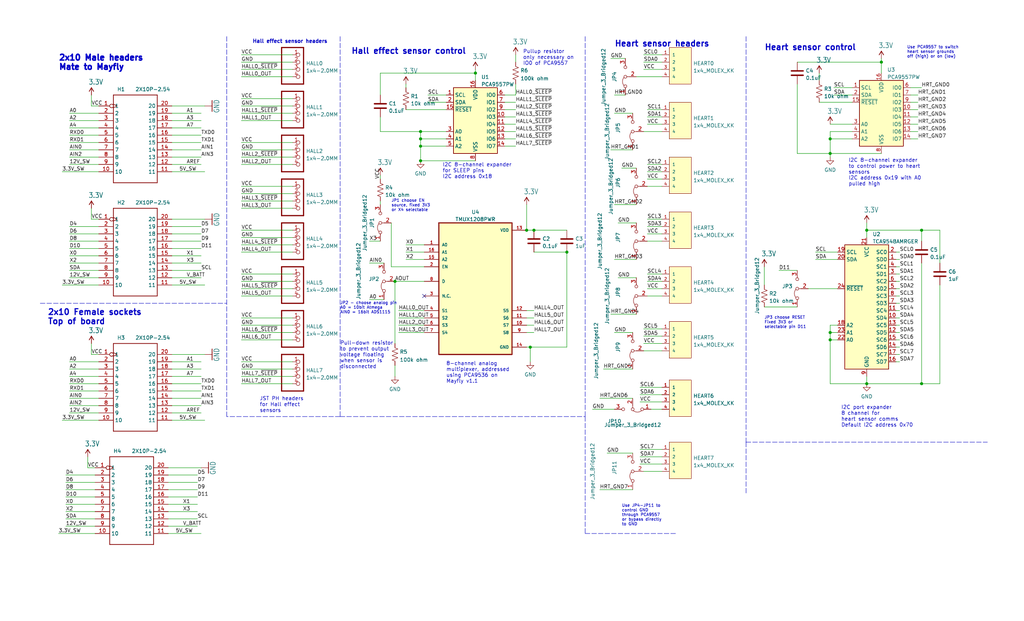
<source format=kicad_sch>
(kicad_sch (version 20211123) (generator eeschema)
  (paper "USLegal")
  (title_block (title "Mayfly adapter") (date "2023-01-27") (rev "B"))
  (junction (at 137.16 97.79))
  (junction (at 165.1 25.4))
  (junction (at 288.29 53.34))
  (junction (at 182.88 80.01))
  (junction (at 320.04 133.35))
  (junction (at 306.07 21.59))
  (junction (at 185.42 80.01))
  (junction (at 184.15 120.65))
  (junction (at 146.05 48.26))
  (junction (at 146.05 55.88))
  (junction (at 146.05 45.72))
  (junction (at 320.04 80.01))
  (junction (at 288.29 115.57))
  (junction (at 300.99 133.35))
  (junction (at 300.99 80.01))
  (junction (at 288.29 48.26))
  (junction (at 288.29 118.11))
  (junction (at 196.85 87.63))
  (junction (at 146.05 50.8))
  (no_connect (at 147.32 102.87))
  (wire (pts (xy 58.42 175.26) (xy 68.58 175.26)))
  (wire (pts (xy 24.13 125.73) (xy 34.29 125.73)))
  (wire (pts (xy 83.82 133.35) (xy 101.6 133.35)))
  (wire (pts (xy 300.99 77.47) (xy 300.99 80.01)))
  (wire (pts (xy 59.69 133.35) (xy 69.85 133.35)))
  (wire (pts (xy 59.69 91.44) (xy 69.85 91.44)))
  (wire (pts (xy 128.27 83.82) (xy 132.08 83.82)))
  (wire (pts (xy 224.79 97.79) (xy 229.87 97.79)))
  (wire (pts (xy 175.26 43.18) (xy 179.07 43.18)))
  (wire (pts (xy 83.82 72.39) (xy 101.6 72.39)))
  (wire (pts (xy 306.07 20.32) (xy 306.07 21.59)))
  (wire (pts (xy 83.82 85.09) (xy 101.6 85.09)))
  (wire (pts (xy 326.39 99.06) (xy 326.39 133.35)))
  (wire (pts (xy 270.51 93.98) (xy 276.86 93.98)))
  (wire (pts (xy 33.02 162.56) (xy 30.48 162.56)))
  (polyline (pts (xy 203.2 185.42) (xy 234.95 185.42)))
  (wire (pts (xy 276.86 53.34) (xy 288.29 53.34)))
  (wire (pts (xy 175.26 45.72) (xy 179.07 45.72)))
  (wire (pts (xy 311.15 102.87) (xy 312.42 102.87)))
  (wire (pts (xy 146.05 50.8) (xy 154.94 50.8)))
  (wire (pts (xy 311.15 118.11) (xy 312.42 118.11)))
  (wire (pts (xy 58.42 170.18) (xy 68.58 170.18)))
  (wire (pts (xy 226.06 142.24) (xy 229.87 142.24)))
  (wire (pts (xy 224.79 76.2) (xy 229.87 76.2)))
  (wire (pts (xy 59.69 96.52) (xy 69.85 96.52)))
  (wire (pts (xy 34.29 36.83) (xy 31.75 36.83)))
  (polyline (pts (xy 203.2 12.7) (xy 203.2 144.78)))
  (wire (pts (xy 33.02 177.8) (xy 22.86 177.8)))
  (wire (pts (xy 59.69 135.89) (xy 69.85 135.89)))
  (wire (pts (xy 320.04 80.01) (xy 326.39 80.01)))
  (wire (pts (xy 224.79 57.15) (xy 229.87 57.15)))
  (wire (pts (xy 34.29 138.43) (xy 24.13 138.43)))
  (polyline (pts (xy 118.11 144.78) (xy 203.2 144.78)))
  (wire (pts (xy 326.39 133.35) (xy 320.04 133.35)))
  (wire (pts (xy 83.82 39.37) (xy 101.6 39.37)))
  (wire (pts (xy 135.89 92.71) (xy 147.32 92.71)))
  (wire (pts (xy 24.13 41.91) (xy 34.29 41.91)))
  (wire (pts (xy 59.69 49.53) (xy 69.85 49.53)))
  (wire (pts (xy 34.29 81.28) (xy 24.13 81.28)))
  (wire (pts (xy 222.25 137.16) (xy 229.87 137.16)))
  (wire (pts (xy 59.69 143.51) (xy 69.85 143.51)))
  (wire (pts (xy 59.69 57.15) (xy 69.85 57.15)))
  (polyline (pts (xy 203.2 144.78) (xy 203.2 185.42)))
  (wire (pts (xy 220.98 26.67) (xy 229.87 26.67)))
  (wire (pts (xy 175.26 38.1) (xy 179.07 38.1)))
  (wire (pts (xy 34.29 78.74) (xy 24.13 78.74)))
  (wire (pts (xy 288.29 115.57) (xy 288.29 118.11)))
  (wire (pts (xy 69.85 41.91) (xy 59.69 41.91)))
  (wire (pts (xy 83.82 102.87) (xy 101.6 102.87)))
  (wire (pts (xy 59.69 130.81) (xy 69.85 130.81)))
  (wire (pts (xy 289.56 30.48) (xy 295.91 30.48)))
  (wire (pts (xy 59.69 123.19) (xy 71.12 123.19)))
  (wire (pts (xy 288.29 48.26) (xy 295.91 48.26)))
  (wire (pts (xy 185.42 80.01) (xy 182.88 80.01)))
  (wire (pts (xy 59.69 88.9) (xy 69.85 88.9)))
  (wire (pts (xy 83.82 82.55) (xy 101.6 82.55)))
  (wire (pts (xy 59.69 125.73) (xy 69.85 125.73)))
  (wire (pts (xy 146.05 48.26) (xy 146.05 50.8)))
  (wire (pts (xy 34.29 135.89) (xy 24.13 135.89)))
  (wire (pts (xy 224.79 78.74) (xy 229.87 78.74)))
  (wire (pts (xy 154.94 45.72) (xy 146.05 45.72)))
  (wire (pts (xy 34.29 91.44) (xy 24.13 91.44)))
  (wire (pts (xy 222.25 134.62) (xy 229.87 134.62)))
  (wire (pts (xy 83.82 36.83) (xy 101.6 36.83)))
  (wire (pts (xy 132.08 25.4) (xy 132.08 33.02)))
  (wire (pts (xy 24.13 128.27) (xy 34.29 128.27)))
  (wire (pts (xy 222.25 161.29) (xy 229.87 161.29)))
  (wire (pts (xy 34.29 49.53) (xy 24.13 49.53)))
  (wire (pts (xy 179.07 19.05) (xy 179.07 21.59)))
  (wire (pts (xy 175.26 35.56) (xy 179.07 35.56)))
  (wire (pts (xy 213.36 71.12) (xy 220.98 71.12)))
  (wire (pts (xy 83.82 115.57) (xy 101.6 115.57)))
  (wire (pts (xy 83.82 67.31) (xy 101.6 67.31)))
  (wire (pts (xy 138.43 113.03) (xy 147.32 113.03)))
  (wire (pts (xy 83.82 87.63) (xy 101.6 87.63)))
  (wire (pts (xy 311.15 123.19) (xy 312.42 123.19)))
  (wire (pts (xy 24.13 130.81) (xy 34.29 130.81)))
  (wire (pts (xy 212.09 20.32) (xy 217.17 20.32)))
  (wire (pts (xy 175.26 50.8) (xy 179.07 50.8)))
  (wire (pts (xy 31.75 33.02) (xy 31.75 36.83)))
  (wire (pts (xy 223.52 21.59) (xy 229.87 21.59)))
  (wire (pts (xy 295.91 45.72) (xy 288.29 45.72)))
  (wire (pts (xy 283.21 87.63) (xy 290.83 87.63)))
  (wire (pts (xy 316.23 48.26) (xy 318.77 48.26)))
  (wire (pts (xy 148.59 35.56) (xy 154.94 35.56)))
  (polyline (pts (xy 118.11 144.78) (xy 78.74 144.78)))
  (wire (pts (xy 132.08 45.72) (xy 146.05 45.72)))
  (wire (pts (xy 30.48 158.75) (xy 30.48 162.56)))
  (wire (pts (xy 34.29 133.35) (xy 24.13 133.35)))
  (wire (pts (xy 83.82 100.33) (xy 101.6 100.33)))
  (wire (pts (xy 59.69 52.07) (xy 69.85 52.07)))
  (wire (pts (xy 83.82 97.79) (xy 101.6 97.79)))
  (wire (pts (xy 58.42 172.72) (xy 68.58 172.72)))
  (polyline (pts (xy 259.08 153.67) (xy 342.9 153.67)))
  (wire (pts (xy 59.69 59.69) (xy 71.12 59.69)))
  (wire (pts (xy 182.88 71.12) (xy 182.88 80.01)))
  (wire (pts (xy 146.05 50.8) (xy 146.05 55.88)))
  (wire (pts (xy 83.82 69.85) (xy 101.6 69.85)))
  (wire (pts (xy 83.82 19.05) (xy 101.6 19.05)))
  (wire (pts (xy 34.29 76.2) (xy 31.75 76.2)))
  (wire (pts (xy 140.97 90.17) (xy 147.32 90.17)))
  (wire (pts (xy 146.05 55.88) (xy 165.1 55.88)))
  (wire (pts (xy 316.23 40.64) (xy 318.77 40.64)))
  (wire (pts (xy 288.29 45.72) (xy 288.29 48.26)))
  (wire (pts (xy 224.79 59.69) (xy 229.87 59.69)))
  (wire (pts (xy 300.99 80.01) (xy 320.04 80.01)))
  (wire (pts (xy 132.08 40.64) (xy 132.08 45.72)))
  (wire (pts (xy 196.85 120.65) (xy 184.15 120.65)))
  (wire (pts (xy 213.36 33.02) (xy 217.17 33.02)))
  (wire (pts (xy 34.29 83.82) (xy 24.13 83.82)))
  (wire (pts (xy 182.88 110.49) (xy 185.42 110.49)))
  (wire (pts (xy 182.88 113.03) (xy 185.42 113.03)))
  (polyline (pts (xy 259.08 153.67) (xy 259.08 171.45)))
  (wire (pts (xy 288.29 53.34) (xy 306.07 53.34)))
  (wire (pts (xy 59.69 46.99) (xy 69.85 46.99)))
  (wire (pts (xy 132.08 60.96) (xy 132.08 62.23)))
  (wire (pts (xy 33.02 180.34) (xy 22.86 180.34)))
  (wire (pts (xy 224.79 81.28) (xy 229.87 81.28)))
  (wire (pts (xy 132.08 25.4) (xy 165.1 25.4)))
  (wire (pts (xy 137.16 97.79) (xy 137.16 119.38)))
  (wire (pts (xy 316.23 43.18) (xy 318.77 43.18)))
  (wire (pts (xy 83.82 41.91) (xy 101.6 41.91)))
  (wire (pts (xy 283.21 90.17) (xy 290.83 90.17)))
  (wire (pts (xy 83.82 110.49) (xy 101.6 110.49)))
  (polyline (pts (xy 78.74 12.7) (xy 78.74 105.41)))
  (wire (pts (xy 210.82 157.48) (xy 219.71 157.48)))
  (wire (pts (xy 311.15 95.25) (xy 312.42 95.25)))
  (wire (pts (xy 223.52 19.05) (xy 229.87 19.05)))
  (wire (pts (xy 222.25 139.7) (xy 229.87 139.7)))
  (polyline (pts (xy 13.97 105.41) (xy 78.74 105.41)))
  (wire (pts (xy 185.42 87.63) (xy 196.85 87.63)))
  (wire (pts (xy 214.63 96.52) (xy 220.98 96.52)))
  (wire (pts (xy 222.25 156.21) (xy 229.87 156.21)))
  (wire (pts (xy 59.69 78.74) (xy 69.85 78.74)))
  (wire (pts (xy 34.29 123.19) (xy 31.75 123.19)))
  (wire (pts (xy 34.29 140.97) (xy 24.13 140.97)))
  (wire (pts (xy 59.69 86.36) (xy 69.85 86.36)))
  (wire (pts (xy 209.55 128.27) (xy 219.71 128.27)))
  (wire (pts (xy 182.88 107.95) (xy 185.42 107.95)))
  (wire (pts (xy 223.52 116.84) (xy 229.87 116.84)))
  (wire (pts (xy 34.29 54.61) (xy 24.13 54.61)))
  (wire (pts (xy 83.82 34.29) (xy 101.6 34.29)))
  (wire (pts (xy 34.29 52.07) (xy 24.13 52.07)))
  (wire (pts (xy 288.29 113.03) (xy 288.29 115.57)))
  (polyline (pts (xy 78.74 144.78) (xy 78.74 105.41)))
  (wire (pts (xy 175.26 48.26) (xy 179.07 48.26)))
  (wire (pts (xy 146.05 45.72) (xy 146.05 48.26)))
  (wire (pts (xy 69.85 128.27) (xy 59.69 128.27)))
  (wire (pts (xy 83.82 113.03) (xy 101.6 113.03)))
  (wire (pts (xy 83.82 80.01) (xy 101.6 80.01)))
  (wire (pts (xy 34.29 146.05) (xy 21.59 146.05)))
  (wire (pts (xy 265.43 106.68) (xy 276.86 106.68)))
  (wire (pts (xy 34.29 59.69) (xy 21.59 59.69)))
  (wire (pts (xy 212.09 109.22) (xy 220.98 109.22)))
  (wire (pts (xy 58.42 165.1) (xy 68.58 165.1)))
  (wire (pts (xy 311.15 115.57) (xy 312.42 115.57)))
  (wire (pts (xy 208.28 170.18) (xy 219.71 170.18)))
  (wire (pts (xy 140.97 29.21) (xy 140.97 30.48)))
  (wire (pts (xy 224.79 100.33) (xy 229.87 100.33)))
  (wire (pts (xy 311.15 105.41) (xy 312.42 105.41)))
  (wire (pts (xy 59.69 146.05) (xy 71.12 146.05)))
  (wire (pts (xy 83.82 57.15) (xy 101.6 57.15)))
  (wire (pts (xy 224.79 95.25) (xy 229.87 95.25)))
  (wire (pts (xy 175.26 40.64) (xy 179.07 40.64)))
  (wire (pts (xy 33.02 170.18) (xy 22.86 170.18)))
  (wire (pts (xy 306.07 21.59) (xy 306.07 25.4)))
  (wire (pts (xy 59.69 76.2) (xy 71.12 76.2)))
  (wire (pts (xy 135.89 77.47) (xy 135.89 92.71)))
  (wire (pts (xy 265.43 99.06) (xy 265.43 92.71)))
  (wire (pts (xy 284.48 25.4) (xy 284.48 27.94)))
  (wire (pts (xy 140.97 87.63) (xy 147.32 87.63)))
  (wire (pts (xy 58.42 185.42) (xy 69.85 185.42)))
  (wire (pts (xy 83.82 64.77) (xy 101.6 64.77)))
  (wire (pts (xy 83.82 128.27) (xy 101.6 128.27)))
  (wire (pts (xy 59.69 44.45) (xy 69.85 44.45)))
  (wire (pts (xy 132.08 69.85) (xy 132.08 71.12)))
  (wire (pts (xy 83.82 21.59) (xy 101.6 21.59)))
  (wire (pts (xy 280.67 100.33) (xy 290.83 100.33)))
  (wire (pts (xy 223.52 45.72) (xy 229.87 45.72)))
  (wire (pts (xy 34.29 96.52) (xy 24.13 96.52)))
  (wire (pts (xy 311.15 90.17) (xy 312.42 90.17)))
  (wire (pts (xy 205.74 142.24) (xy 213.36 142.24)))
  (wire (pts (xy 311.15 92.71) (xy 312.42 92.71)))
  (wire (pts (xy 34.29 46.99) (xy 24.13 46.99)))
  (wire (pts (xy 316.23 45.72) (xy 318.77 45.72)))
  (wire (pts (xy 58.42 167.64) (xy 68.58 167.64)))
  (wire (pts (xy 311.15 107.95) (xy 312.42 107.95)))
  (wire (pts (xy 24.13 39.37) (xy 34.29 39.37)))
  (wire (pts (xy 224.79 83.82) (xy 229.87 83.82)))
  (wire (pts (xy 83.82 95.25) (xy 101.6 95.25)))
  (wire (pts (xy 223.52 24.13) (xy 229.87 24.13)))
  (wire (pts (xy 33.02 182.88) (xy 22.86 182.88)))
  (wire (pts (xy 59.69 81.28) (xy 69.85 81.28)))
  (wire (pts (xy 320.04 80.01) (xy 320.04 83.82)))
  (wire (pts (xy 59.69 140.97) (xy 69.85 140.97)))
  (wire (pts (xy 34.29 143.51) (xy 24.13 143.51)))
  (wire (pts (xy 83.82 130.81) (xy 101.6 130.81)))
  (wire (pts (xy 288.29 48.26) (xy 288.29 53.34)))
  (wire (pts (xy 288.29 133.35) (xy 300.99 133.35)))
  (wire (pts (xy 58.42 182.88) (xy 68.58 182.88)))
  (wire (pts (xy 311.15 97.79) (xy 312.42 97.79)))
  (wire (pts (xy 185.42 80.01) (xy 196.85 80.01)))
  (wire (pts (xy 165.1 24.13) (xy 165.1 25.4)))
  (wire (pts (xy 311.15 113.03) (xy 312.42 113.03)))
  (wire (pts (xy 224.79 43.18) (xy 229.87 43.18)))
  (wire (pts (xy 182.88 115.57) (xy 185.42 115.57)))
  (wire (pts (xy 33.02 172.72) (xy 22.86 172.72)))
  (wire (pts (xy 83.82 125.73) (xy 101.6 125.73)))
  (wire (pts (xy 58.42 177.8) (xy 68.58 177.8)))
  (wire (pts (xy 224.79 38.1) (xy 229.87 38.1)))
  (wire (pts (xy 182.88 120.65) (xy 184.15 120.65)))
  (wire (pts (xy 215.9 58.42) (xy 220.98 58.42)))
  (wire (pts (xy 222.25 158.75) (xy 229.87 158.75)))
  (wire (pts (xy 316.23 35.56) (xy 318.77 35.56)))
  (wire (pts (xy 311.15 125.73) (xy 312.42 125.73)))
  (wire (pts (xy 33.02 165.1) (xy 22.86 165.1)))
  (wire (pts (xy 290.83 118.11) (xy 288.29 118.11)))
  (wire (pts (xy 137.16 127) (xy 137.16 130.81)))
  (wire (pts (xy 59.69 138.43) (xy 69.85 138.43)))
  (wire (pts (xy 290.83 113.03) (xy 288.29 113.03)))
  (wire (pts (xy 295.91 35.56) (xy 284.48 35.56)))
  (wire (pts (xy 311.15 110.49) (xy 312.42 110.49)))
  (wire (pts (xy 196.85 87.63) (xy 196.85 120.65)))
  (wire (pts (xy 179.07 29.21) (xy 179.07 33.02)))
  (wire (pts (xy 140.97 85.09) (xy 147.32 85.09)))
  (wire (pts (xy 138.43 115.57) (xy 147.32 115.57)))
  (wire (pts (xy 224.79 62.23) (xy 229.87 62.23)))
  (wire (pts (xy 316.23 33.02) (xy 318.77 33.02)))
  (wire (pts (xy 224.79 40.64) (xy 229.87 40.64)))
  (wire (pts (xy 326.39 80.01) (xy 326.39 91.44)))
  (wire (pts (xy 83.82 49.53) (xy 101.6 49.53)))
  (wire (pts (xy 276.86 29.21) (xy 276.86 53.34)))
  (wire (pts (xy 137.16 97.79) (xy 147.32 97.79)))
  (wire (pts (xy 214.63 77.47) (xy 220.98 77.47)))
  (wire (pts (xy 311.15 87.63) (xy 312.42 87.63)))
  (wire (pts (xy 311.15 100.33) (xy 312.42 100.33)))
  (wire (pts (xy 58.42 180.34) (xy 68.58 180.34)))
  (wire (pts (xy 31.75 119.38) (xy 31.75 123.19)))
  (wire (pts (xy 128.27 104.14) (xy 133.35 104.14)))
  (wire (pts (xy 59.69 99.06) (xy 71.12 99.06)))
  (wire (pts (xy 223.52 121.92) (xy 229.87 121.92)))
  (polyline (pts (xy 259.08 12.7) (xy 259.08 153.67)))
  (wire (pts (xy 33.02 167.64) (xy 22.86 167.64)))
  (wire (pts (xy 223.52 163.83) (xy 229.87 163.83)))
  (wire (pts (xy 288.29 118.11) (xy 288.29 133.35)))
  (wire (pts (xy 128.27 91.44) (xy 133.35 91.44)))
  (wire (pts (xy 316.23 38.1) (xy 318.77 38.1)))
  (wire (pts (xy 213.36 39.37) (xy 219.71 39.37)))
  (wire (pts (xy 59.69 83.82) (xy 69.85 83.82)))
  (wire (pts (xy 276.86 21.59) (xy 306.07 21.59)))
  (wire (pts (xy 138.43 110.49) (xy 147.32 110.49)))
  (wire (pts (xy 165.1 25.4) (xy 165.1 27.94)))
  (wire (pts (xy 212.09 52.07) (xy 219.71 52.07)))
  (wire (pts (xy 58.42 162.56) (xy 69.85 162.56)))
  (wire (pts (xy 34.29 93.98) (xy 24.13 93.98)))
  (wire (pts (xy 208.28 138.43) (xy 219.71 138.43)))
  (wire (pts (xy 33.02 185.42) (xy 20.32 185.42)))
  (wire (pts (xy 59.69 93.98) (xy 69.85 93.98)))
  (wire (pts (xy 213.36 115.57) (xy 219.71 115.57)))
  (wire (pts (xy 34.29 88.9) (xy 24.13 88.9)))
  (wire (pts (xy 223.52 119.38) (xy 229.87 119.38)))
  (polyline (pts (xy 118.11 12.7) (xy 118.11 144.78)))
  (wire (pts (xy 288.29 43.18) (xy 295.91 43.18)))
  (wire (pts (xy 24.13 44.45) (xy 34.29 44.45)))
  (wire (pts (xy 213.36 90.17) (xy 220.98 90.17)))
  (wire (pts (xy 300.99 130.81) (xy 300.99 133.35)))
  (wire (pts (xy 154.94 38.1) (xy 140.97 38.1)))
  (wire (pts (xy 146.05 48.26) (xy 154.94 48.26)))
  (wire (pts (xy 34.29 57.15) (xy 24.13 57.15)))
  (wire (pts (xy 289.56 33.02) (xy 295.91 33.02)))
  (wire (pts (xy 148.59 33.02) (xy 154.94 33.02)))
  (wire (pts (xy 290.83 115.57) (xy 288.29 115.57)))
  (wire (pts (xy 31.75 72.39) (xy 31.75 76.2)))
  (wire (pts (xy 59.69 39.37) (xy 69.85 39.37)))
  (wire (pts (xy 33.02 175.26) (xy 22.86 175.26)))
  (wire (pts (xy 83.82 118.11) (xy 101.6 118.11)))
  (wire (pts (xy 184.15 120.65) (xy 184.15 125.73)))
  (wire (pts (xy 311.15 120.65) (xy 312.42 120.65)))
  (wire (pts (xy 288.29 53.34) (xy 288.29 54.61)))
  (wire (pts (xy 138.43 107.95) (xy 147.32 107.95)))
  (wire (pts (xy 34.29 99.06) (xy 21.59 99.06)))
  (wire (pts (xy 223.52 114.3) (xy 229.87 114.3)))
  (wire (pts (xy 320.04 133.35) (xy 300.99 133.35)))
  (wire (pts (xy 316.23 30.48) (xy 320.04 30.48)))
  (wire (pts (xy 224.79 64.77) (xy 229.87 64.77)))
  (wire (pts (xy 34.29 86.36) (xy 24.13 86.36)))
  (wire (pts (xy 59.69 54.61) (xy 69.85 54.61)))
  (wire (pts (xy 320.04 91.44) (xy 320.04 133.35)))
  (wire (pts (xy 83.82 52.07) (xy 101.6 52.07)))
  (wire (pts (xy 83.82 26.67) (xy 101.6 26.67)))
  (wire (pts (xy 224.79 102.87) (xy 229.87 102.87)))
  (wire (pts (xy 83.82 54.61) (xy 101.6 54.61)))
  (wire (pts (xy 300.99 80.01) (xy 300.99 82.55)))
  (wire (pts (xy 59.69 36.83) (xy 71.12 36.83)))
  (wire (pts (xy 175.26 33.02) (xy 179.07 33.02)))
  (wire (pts (xy 83.82 24.13) (xy 101.6 24.13)))
  (text "Hall effect sensor headers" (at 87.63 15.24 0) (effects (font (size 1.27 1.27) bold) (justify left bottom)))
  (text "Use JP4-JP11 to\ncontrol GND\nthrough PCA9557\nor bypass directly\nto GND" (at 215.9 182.88 0) (effects (font (size 1 1)) (justify left bottom)))
  (text "JST PH headers\nfor Hall effect\nsensors" (at 90.17 143.51 0) (effects (font (size 1.27 1.27)) (justify left bottom)))
  (text "Pullup resistor\nonly necessary on\nIO0 of PCA9557" (at 181.61 22.86 0) (effects (font (size 1.27 1.27)) (justify left bottom)))
  (text "I2C port expander\n8 channel for \nheart sensor comms\nDefault I2C address 0x70" (at 292.1 148.59 0) (effects (font (size 1.27 1.27)) (justify left bottom)))
  (text "JP1 choose EN \nsource, fixed 3V3\nor X4 selectable" (at 135.89 73.66 0) (effects (font (size 1 1)) (justify left bottom)))
  (text "2x10 Female sockets\nTop of board" (at 16.51 113.03 0) (effects (font (size 2 2) bold) (justify left bottom)))
  (text "JP2 - choose analog pin\nA0 = 10bit Atmega\nAIN0 = 16bit ADS1115" (at 118.11 109.22 0) (effects (font (size 1 1)) (justify left bottom)))
  (text "JP3 choose RESET\nFixed 3V3 or\nselectable pin D11" (at 265.43 114.3 0) (effects (font (size 1 1)) (justify left bottom)))
  (text "Heart sensor headers" (at 213.36 16.51 0) (effects (font (size 2 2) (thickness 0.4) bold) (justify left bottom)))
  (text "I2C 8-channel expander\nfor SLEEP pins\nI2C address 0x18" (at 153.67 62.23 0) (effects (font (size 1.27 1.27)) (justify left bottom)))
  (text "Hall effect sensor control" (at 121.92 19.05 0) (effects (font (size 2 2) (thickness 0.4) bold) (justify left bottom)))
  (text "8-channel analog\nmultiplexer, addressed\nusing PCA9536 on \nMayfly v1.1" (at 154.94 133.35 0) (effects (font (size 1.27 1.27)) (justify left bottom)))
  (text "Heart sensor control" (at 265.43 17.78 0) (effects (font (size 2 2) (thickness 0.4) bold) (justify left bottom)))
  (text "Use PCA9557 to switch\nheart sensor grounds\noff (high) or on (low)" (at 314.96 20.32 0) (effects (font (size 1 1)) (justify left bottom)))
  (text "I2C 8-channel expander\nto control power to heart\nsensors\nI2C address 0x19 with A0\npulled high" (at 294.64 64.77 0) (effects (font (size 1.27 1.27)) (justify left bottom)))
  (text "Pull-down resistor\nto prevent output\nvoltage floating\nwhen sensor is\ndisconnected" (at 118.11 128.27 0) (effects (font (size 1.27 1.27)) (justify left bottom)))
  (text "2x10 Male headers\nMate to Mayfly" (at 20.32 19.05 180) (effects (font (size 2 2) (thickness 0.6477) bold) (justify left top)))
  (label "D11" (at 68.58 172.72 0) (effects (font (size 1.2446 1.2446))))
  (label "SDA" (at 22.86 180.34 0) (effects (font (size 1.2446 1.2446))))
  (label "HALL7_OUT" (at 185.42 115.57 0))
  (label "GND" (at 215.9 58.42 0))
  (label "HALL6_~{SLEEP}" (at 179.07 48.26 0))
  (label "SCL2" (at 224.79 57.15 0))
  (label "HALL3_~{SLEEP}" (at 83.82 69.85 0))
  (label "SDA6" (at 222.25 137.16 0))
  (label "HRT_GND1" (at 212.09 52.07 0))
  (label "SCL4" (at 224.79 95.25 0))
  (label "SCL6" (at 222.25 134.62 0))
  (label "SCL6" (at 312.42 118.11 0))
  (label "RXD1" (at 24.13 49.53 0) (effects (font (size 1.2446 1.2446))))
  (label "AIN1" (at 69.85 138.43 0) (effects (font (size 1.2446 1.2446))))
  (label "VCC" (at 83.82 125.73 0))
  (label "X2" (at 140.97 90.17 0))
  (label "SCL7" (at 312.42 123.19 0))
  (label "VCC" (at 224.79 100.33 0))
  (label "SCL4" (at 312.42 107.95 0))
  (label "D7" (at 69.85 81.28 0) (effects (font (size 1.2446 1.2446))))
  (label "VCC" (at 83.82 95.25 0))
  (label "V_BATT" (at 64.77 96.52 0) (effects (font (size 1.2446 1.2446))))
  (label "VCC" (at 83.82 49.53 0))
  (label "SDA" (at 148.59 35.56 0))
  (label "A1" (at 64.77 125.73 0) (effects (font (size 1.2446 1.2446))))
  (label "X3" (at 128.27 83.82 0))
  (label "GND" (at 83.82 128.27 0))
  (label "HALL6_OUT" (at 185.42 113.03 0))
  (label "SCL" (at 148.59 33.02 0))
  (label "RXD1" (at 24.13 135.89 0) (effects (font (size 1.2446 1.2446))))
  (label "VCC" (at 223.52 24.13 0))
  (label "HALL0_~{SLEEP}" (at 83.82 24.13 0))
  (label "SCL7" (at 222.25 156.21 0))
  (label "VCC" (at 224.79 81.28 0))
  (label "X2" (at 22.86 177.8 0) (effects (font (size 1.2446 1.2446))))
  (label "HALL4_OUT" (at 185.42 107.95 0))
  (label "VCC" (at 31.75 36.83 0))
  (label "SCL5" (at 223.52 114.3 0))
  (label "D6" (at 22.86 167.64 0) (effects (font (size 1.2446 1.2446))))
  (label "D10" (at 24.13 86.36 0) (effects (font (size 1.2446 1.2446))))
  (label "GND" (at 83.82 36.83 0))
  (label "SCL3" (at 312.42 102.87 0))
  (label "HRT_GND7" (at 208.28 170.18 0))
  (label "GND" (at 212.09 20.32 0))
  (label "A1" (at 64.77 39.37 0) (effects (font (size 1.2446 1.2446))))
  (label "X3" (at 63.5 177.8 0) (effects (font (size 1.2446 1.2446))))
  (label "SDA" (at 283.21 90.17 0))
  (label "SDA3" (at 312.42 105.41 0))
  (label "AREF" (at 64.77 57.15 0) (effects (font (size 1.2446 1.2446))))
  (label "SDA5" (at 223.52 116.84 0))
  (label "D9" (at 69.85 83.82 0) (effects (font (size 1.2446 1.2446))))
  (label "D7" (at 68.58 167.64 0) (effects (font (size 1.2446 1.2446))))
  (label "5V_SW" (at 60.96 185.42 0) (effects (font (size 1.2446 1.2446))))
  (label "D9" (at 68.58 170.18 0) (effects (font (size 1.2446 1.2446))))
  (label "12V_SW" (at 22.86 182.88 0) (effects (font (size 1.2446 1.2446))))
  (label "SDA1" (at 312.42 95.25 0))
  (label "V_BATT" (at 63.5 182.88 0) (effects (font (size 1.2446 1.2446))))
  (label "HRT_GND1" (at 318.77 33.02 0))
  (label "HALL0_OUT" (at 138.43 107.95 0))
  (label "HALL5_OUT" (at 185.42 110.49 0))
  (label "3.3V_SW" (at 20.32 185.42 0) (effects (font (size 1.2446 1.2446))))
  (label "SDA3" (at 224.79 78.74 0))
  (label "GND" (at 83.82 82.55 0))
  (label "GND" (at 205.74 142.24 0))
  (label "SDA4" (at 312.42 110.49 0))
  (label "SCL" (at 289.56 30.48 0))
  (label "3.3V_SW" (at 21.59 99.06 0) (effects (font (size 1.2446 1.2446))))
  (label "AIN3" (at 69.85 140.97 0) (effects (font (size 1.2446 1.2446))))
  (label "SCL5" (at 312.42 113.03 0))
  (label "RXD0" (at 24.13 46.99 0) (effects (font (size 1.2446 1.2446))))
  (label "D10" (at 22.86 172.72 0) (effects (font (size 1.2446 1.2446))))
  (label "HRT_GND0" (at 213.36 33.02 0))
  (label "SCL" (at 69.85 93.98 0) (effects (font (size 1.2446 1.2446))))
  (label "D5" (at 68.58 165.1 0) (effects (font (size 1.2446 1.2446))))
  (label "HALL2_OUT" (at 138.43 113.03 0))
  (label "VCC" (at 83.82 19.05 0))
  (label "A3" (at 64.77 41.91 0) (effects (font (size 1.2446 1.2446))))
  (label "A2" (at 24.13 128.27 0) (effects (font (size 1.2446 1.2446))))
  (label "HALL5_~{SLEEP}" (at 179.07 45.72 0))
  (label "AOUT" (at 137.16 97.79 0))
  (label "VCC" (at 83.82 110.49 0))
  (label "HRT_GND0" (at 320.04 30.48 0))
  (label "HALL3_~{SLEEP}" (at 179.07 40.64 0))
  (label "GND" (at 83.82 113.03 0))
  (label "X3" (at 64.77 91.44 0) (effects (font (size 1.2446 1.2446))))
  (label "SDA5" (at 312.42 115.57 0))
  (label "AREF" (at 64.77 143.51 0) (effects (font (size 1.2446 1.2446))))
  (label "HALL0_~{SLEEP}" (at 179.07 33.02 0))
  (label "5V_SW" (at 62.23 146.05 0) (effects (font (size 1.2446 1.2446))))
  (label "A0" (at 24.13 39.37 0) (effects (font (size 1.2446 1.2446))))
  (label "VCC" (at 224.79 62.23 0))
  (label "HRT_GND6" (at 208.28 138.43 0))
  (label "12V_SW" (at 24.13 96.52 0) (effects (font (size 1.2446 1.2446))))
  (label "GND" (at 214.63 96.52 0))
  (label "D5" (at 69.85 78.74 0) (effects (font (size 1.2446 1.2446))))
  (label "SDA2" (at 224.79 59.69 0))
  (label "GND" (at 214.63 77.47 0))
  (label "D4" (at 22.86 165.1 0) (effects (font (size 1.2446 1.2446))))
  (label "D11" (at 270.51 93.98 0))
  (label "D4" (at 24.13 78.74 0) (effects (font (size 1.2446 1.2446))))
  (label "HRT_GND2" (at 318.77 35.56 0))
  (label "12V_SW" (at 24.13 143.51 0) (effects (font (size 1.2446 1.2446))))
  (label "SCL" (at 283.21 87.63 0))
  (label "SCL0" (at 312.42 87.63 0))
  (label "HRT_GND2" (at 213.36 71.12 0))
  (label "SCL3" (at 224.79 76.2 0))
  (label "5V_SW" (at 62.23 99.06 0) (effects (font (size 1.2446 1.2446))))
  (label "VCC" (at 31.75 76.2 0))
  (label "VCC" (at 31.75 123.19 0))
  (label "A4" (at 24.13 44.45 0) (effects (font (size 1.2446 1.2446))))
  (label "HALL6_~{SLEEP}" (at 83.82 115.57 0))
  (label "A7" (at 64.77 130.81 0) (effects (font (size 1.2446 1.2446))))
  (label "SDA0" (at 223.52 21.59 0))
  (label "VCC" (at 224.79 43.18 0))
  (label "AIN0" (at 24.13 52.07 0) (effects (font (size 1.2446 1.2446))))
  (label "AIN2" (at 24.13 54.61 0) (effects (font (size 1.2446 1.2446))))
  (label "HRT_GND4" (at 212.09 109.22 0))
  (label "VCC" (at 30.48 162.56 0))
  (label "HRT_GND5" (at 209.55 128.27 0))
  (label "AIN3" (at 69.85 54.61 0) (effects (font (size 1.2446 1.2446))))
  (label "D11" (at 69.85 86.36 0) (effects (font (size 1.2446 1.2446))))
  (label "X0" (at 140.97 85.09 0))
  (label "HALL0_OUT" (at 83.82 26.67 0))
  (label "TXD0" (at 69.85 46.99 0) (effects (font (size 1.2446 1.2446))))
  (label "SCL2" (at 312.42 97.79 0))
  (label "HALL2_OUT" (at 83.82 57.15 0))
  (label "AIN0" (at 24.13 138.43 0) (effects (font (size 1.2446 1.2446))))
  (label "HALL1_OUT" (at 83.82 41.91 0))
  (label "VCC" (at 222.25 161.29 0))
  (label "HALL3_OUT" (at 83.82 72.39 0))
  (label "X1" (at 140.97 87.63 0))
  (label "HALL5_~{SLEEP}" (at 83.82 100.33 0))
  (label "RXD0" (at 24.13 133.35 0) (effects (font (size 1.2446 1.2446))))
  (label "X2" (at 24.13 91.44 0) (effects (font (size 1.2446 1.2446))))
  (label "X1" (at 63.5 175.26 0) (effects (font (size 1.2446 1.2446))))
  (label "HALL2_~{SLEEP}" (at 83.82 54.61 0))
  (label "GND" (at 213.36 115.57 0))
  (label "AIN2" (at 24.13 140.97 0) (effects (font (size 1.2446 1.2446))))
  (label "HALL4_~{SLEEP}" (at 179.07 43.18 0))
  (label "GND" (at 213.36 39.37 0))
  (label "12V_SW" (at 24.13 57.15 0) (effects (font (size 1.2446 1.2446))))
  (label "HRT_GND6" (at 318.77 45.72 0))
  (label "3.3V_SW" (at 21.59 146.05 0) (effects (font (size 1.2446 1.2446))))
  (label "VCC" (at 83.82 64.77 0))
  (label "HRT_GND3" (at 318.77 38.1 0))
  (label "A2" (at 24.13 41.91 0) (effects (font (size 1.2446 1.2446))))
  (label "HALL3_OUT" (at 138.43 115.57 0))
  (label "VCC" (at 222.25 139.7 0))
  (label "HRT_GND4" (at 318.77 40.64 0))
  (label "5V_SW" (at 62.23 59.69 0) (effects (font (size 1.2446 1.2446))))
  (label "HALL7_OUT" (at 83.82 133.35 0))
  (label "SCL1" (at 312.42 92.71 0))
  (label "VCC" (at 83.82 80.01 0))
  (label "D8" (at 24.13 83.82 0) (effects (font (size 1.2446 1.2446))))
  (label "HALL7_~{SLEEP}" (at 179.07 50.8 0))
  (label "X1" (at 64.77 88.9 0) (effects (font (size 1.2446 1.2446))))
  (label "A0" (at 128.27 104.14 0))
  (label "SCL1" (at 224.79 38.1 0))
  (label "GND" (at 83.82 21.59 0))
  (label "HALL4_OUT" (at 83.82 87.63 0))
  (label "GND" (at 83.82 97.79 0))
  (label "HRT_GND5" (at 318.77 43.18 0))
  (label "AIN1" (at 69.85 52.07 0) (effects (font (size 1.2446 1.2446))))
  (label "GND" (at 83.82 67.31 0))
  (label "SDA4" (at 224.79 97.79 0))
  (label "SDA" (at 289.56 33.02 0))
  (label "HALL7_~{SLEEP}" (at 83.82 130.81 0))
  (label "SDA" (at 24.13 93.98 0) (effects (font (size 1.2446 1.2446))))
  (label "GND" (at 210.82 157.48 0))
  (label "TXD1" (at 69.85 49.53 0) (effects (font (size 1.2446 1.2446))))
  (label "SDA2" (at 312.42 100.33 0))
  (label "X0" (at 24.13 88.9 0) (effects (font (size 1.2446 1.2446))))
  (label "HALL1_OUT" (at 138.43 110.49 0))
  (label "HALL5_OUT" (at 83.82 102.87 0))
  (label "HALL6_OUT" (at 83.82 118.11 0))
  (label "HALL1_~{SLEEP}" (at 83.82 39.37 0))
  (label "HRT_GND7" (at 318.77 48.26 0))
  (label "HRT_GND3" (at 213.36 90.17 0))
  (label "TXD1" (at 69.85 135.89 0) (effects (font (size 1.2446 1.2446))))
  (label "3.3V_SW" (at 21.59 59.69 0) (effects (font (size 1.2446 1.2446))))
  (label "D8" (at 22.86 170.18 0) (effects (font (size 1.2446 1.2446))))
  (label "SCL0" (at 223.52 19.05 0))
  (label "X0" (at 22.86 175.26 0) (effects (font (size 1.2446 1.2446))))
  (label "VCC" (at 83.82 34.29 0))
  (label "TXD0" (at 69.85 133.35 0) (effects (font (size 1.2446 1.2446))))
  (label "VCC" (at 132.08 62.23 90))
  (label "A3" (at 64.77 128.27 0) (effects (font (size 1.2446 1.2446))))
  (label "SDA1" (at 224.79 40.64 0))
  (label "A0" (at 24.13 125.73 0) (effects (font (size 1.2446 1.2446))))
  (label "AIN0" (at 128.27 91.44 0))
  (label "GND" (at 83.82 52.07 0))
  (label "SDA6" (at 312.42 120.65 0))
  (label "HALL4_~{SLEEP}" (at 83.82 85.09 0))
  (label "SDA7" (at 312.42 125.73 0))
  (label "SDA7" (at 222.25 158.75 0))
  (label "D6" (at 24.13 81.28 0) (effects (font (size 1.2446 1.2446))))
  (label "A7" (at 64.77 44.45 0) (effects (font (size 1.2446 1.2446))))
  (label "HALL1_~{SLEEP}" (at 179.07 35.56 0))
  (label "SDA0" (at 312.42 90.17 0))
  (label "SCL" (at 68.58 180.34 0) (effects (font (size 1.2446 1.2446))))
  (label "HALL2_~{SLEEP}" (at 179.07 38.1 0))
  (label "VCC" (at 223.52 119.38 0))
  (label "A4" (at 24.13 130.81 0) (effects (font (size 1.2446 1.2446))))
  (symbol (lib_id "Mayfly_v1p0_revA3_public-eagle-import:DIP-BLACK-FEMALE-HEADER(2X10P-2.54)-2.54") (at 46.99 49.53 0) (unit 1)
    (property "Reference" "H1" (at 40.64 31.75 0) (effects (justify left bottom)))
    (property "Value" "2X10P-2.54" (at 46.99 31.75 0) (effects (justify left bottom)))
    (property "Footprint" "Mayfly_v1p0_revA3_public:H2X10-2.54" (effects hide))
  )
  (symbol (lib_id "Mayfly_v1p0_revA3_public-eagle-import:3.3V") (at 31.75 33.02 0) (unit 1)
    (property "Reference" "#SUPPLY0101" (effects hide))
    (property "Value" "3.3V" (at 30.734 29.464 0) (effects (font (size 1.778 1.5113)) (justify left bottom)))
    (property "Footprint" "Mayfly_v1p0_revA3_public:" (effects hide))
  )
  (symbol (lib_id "Interface_Expansion:PCA9557PW") (at 306.07 38.1 0) (unit 1)
    (property "Reference" "U3" (at 308.0894 24.2402 0) (effects (justify left)))
    (property "Value" "PCA9557PW" (at 308.0894 26.7771 0) (effects (justify left)))
    (property "Footprint" "Package_SO:TSSOP-16_4.4x5mm_P0.65mm" (effects hide))
    (property "Datasheet" "https://www.nxp.com/docs/en/data-sheet/PCA9557.pdf" (effects hide))
  )
  (symbol (lib_id "Jumper:Jumper_3_Bridged12") (at 219.71 142.24 180) (unit 1)
    (property "Reference" "JP10" (at 213.36 146.4046 0))
    (property "Value" "Jumper_3_Bridged12" (at 219.71 147.6715 0))
    (property "Footprint" "Jumper:SolderJumper-3_P1.3mm_Bridged12_RoundedPad1.0x1.5mm" (effects hide))
  )
  (symbol (lib_id "Miller_parts:1x4_MOLEX_KK") (at 234.95 40.64 0) (unit 1)
    (property "Reference" "HEART1" (at 240.7412 41.0753 0) (effects (justify left)))
    (property "Value" "1x4_MOLEX_KK" (at 240.7412 43.6122 0) (effects (justify left)))
    (property "Footprint" "MOLEX_KK_22-11-2042:MOLEX_22-11-2042" (effects hide))
    (property "MANUFACTURER" "MOLEX" (effects hide))
    (property "PARTREV" "BD7" (effects hide))
  )
  (symbol (lib_id "Mayfly_v1p0_revA3_public-eagle-import:3.3V") (at 265.43 92.71 0) (unit 1)
    (property "Reference" "#SUPPLY09" (effects hide))
    (property "Value" "3.3V" (at 264.414 89.154 0) (effects (font (size 1.778 1.5113)) (justify left bottom)))
    (property "Footprint" "Mayfly_v1p0_revA3_public:" (effects hide))
  )
  (symbol (lib_id "Miller_parts:1x4-2.0MM") (at 101.6 60.96 0) (unit 1)
    (property "Reference" "HALL2" (at 106.2482 52.5053 0) (effects (justify left)))
    (property "Value" "1x4-2.0MM" (at 106.2482 55.0422 0) (effects (justify left)))
    (property "Footprint" "Connectors_JST:JST_PH_B4B-PH-K_04x2.00mm_Straight" (effects hide))
  )
  (symbol (lib_id "Miller_parts:1x4-2.0MM") (at 101.6 121.92 0) (unit 1)
    (property "Reference" "HALL6" (at 106.2482 113.4653 0) (effects (justify left)))
    (property "Value" "1x4-2.0MM" (at 106.2482 116.0022 0) (effects (justify left)))
    (property "Footprint" "Connectors_JST:JST_PH_B4B-PH-K_04x2.00mm_Straight" (effects hide))
  )
  (symbol (lib_id "Mayfly_v1p0_revA3_public-eagle-import:3.3V") (at 31.75 119.38 0) (unit 1)
    (property "Reference" "#SUPPLY0103" (effects hide))
    (property "Value" "3.3V" (at 30.734 115.824 0) (effects (font (size 1.778 1.5113)) (justify left bottom)))
    (property "Footprint" "Mayfly_v1p0_revA3_public:" (effects hide))
  )
  (symbol (lib_id "Mayfly_v1p0_revA3_public-eagle-import:3.3V") (at 284.48 25.4 0) (unit 1)
    (property "Reference" "#SUPPLY010" (effects hide))
    (property "Value" "3.3V" (at 283.464 21.844 0) (effects (font (size 1.778 1.5113)) (justify left bottom)))
    (property "Footprint" "Mayfly_v1p0_revA3_public:" (effects hide))
  )
  (symbol (lib_id "TMUX1208PWR:TMUX1208PWR") (at 165.1 100.33 0) (unit 1)
    (property "Reference" "U4" (at 165.1 73.694 0))
    (property "Value" "TMUX1208PWR" (at 165.1 76.2309 0))
    (property "Footprint" "TMUX1208PWR:SOP65P640X120-16N" (effects hide))
  )
  (symbol (lib_id "Device:C") (at 185.42 83.82 0) (unit 1)
    (property "Reference" "C2" (at 188.341 82.9853 0) (effects (justify left)))
    (property "Value" "0.1uF" (at 188.341 85.5222 0) (effects (justify left)))
    (property "Footprint" "Capacitor_SMD:C_0603_1608Metric" (effects hide))
  )
  (symbol (lib_id "Miller_parts:1x4_MOLEX_KK") (at 234.95 21.59 0) (unit 1)
    (property "Reference" "HEART0" (at 240.7412 22.0253 0) (effects (justify left)))
    (property "Value" "1x4_MOLEX_KK" (at 240.7412 24.5622 0) (effects (justify left)))
    (property "Footprint" "MOLEX_KK_22-11-2042:MOLEX_22-11-2042" (effects hide))
    (property "MANUFACTURER" "MOLEX" (effects hide))
    (property "PARTREV" "BD7" (effects hide))
  )
  (symbol (lib_id "Mayfly_v1p0_revA3_public-eagle-import:DIP-BLACK-FEMALE-HEADER(2X10P-2.54)-2.54") (at 45.72 175.26 0) (unit 1)
    (property "Reference" "H4" (at 39.37 157.48 0) (effects (justify left bottom)))
    (property "Value" "2X10P-2.54" (at 45.72 157.48 0) (effects (justify left bottom)))
    (property "Footprint" "Mayfly_v1p0_revA3_public:H2X10-2.54" (effects hide))
  )
  (symbol (lib_id "Mayfly_v1p0_revA3_public-eagle-import:GND") (at 73.66 76.2 90) (unit 1)
    (property "Reference" "#GND0101" (effects hide))
    (property "Value" "GND" (at 76.2 78.74 0) (effects (font (size 1.778 1.5113)) (justify left bottom)))
    (property "Footprint" "Mayfly_v1p0_revA3_public:" (effects hide))
  )
  (symbol (lib_id "Jumper:Jumper_3_Bridged12") (at 133.35 97.79 90) (unit 1)
    (property "Reference" "JP2" (at 131.7239 96.9553 90) (effects (justify left)))
    (property "Value" "Jumper_3_Bridged12" (at 124.46 104.14 0) (effects (justify left)))
    (property "Footprint" "Jumper:SolderJumper-3_P1.3mm_Bridged12_RoundedPad1.0x1.5mm" (effects hide))
  )
  (symbol (lib_id "Device:C") (at 276.86 25.4 0) (unit 1)
    (property "Reference" "C4" (at 279.781 24.5653 0) (effects (justify left)))
    (property "Value" "0.1uF" (at 279.781 27.1022 0) (effects (justify left)))
    (property "Footprint" "Capacitor_SMD:C_0603_1608Metric" (effects hide))
  )
  (symbol (lib_id "Mayfly_v1p0_revA3_public-eagle-import:3.3V") (at 30.48 158.75 0) (unit 1)
    (property "Reference" "#SUPPLY0104" (effects hide))
    (property "Value" "3.3V" (at 29.464 155.194 0) (effects (font (size 1.778 1.5113)) (justify left bottom)))
    (property "Footprint" "Mayfly_v1p0_revA3_public:" (effects hide))
  )
  (symbol (lib_id "Mayfly_v1p0_revA3_public-eagle-import:3.3V") (at 306.07 20.32 0) (unit 1)
    (property "Reference" "#SUPPLY05" (effects hide))
    (property "Value" "3.3V" (at 305.054 16.764 0) (effects (font (size 1.778 1.5113)) (justify left bottom)))
    (property "Footprint" "Mayfly_v1p0_revA3_public:" (effects hide))
  )
  (symbol (lib_id "Device:C") (at 196.85 83.82 0) (unit 1)
    (property "Reference" "C3" (at 199.771 82.9853 0) (effects (justify left)))
    (property "Value" "1uF" (at 199.771 85.5222 0) (effects (justify left)))
    (property "Footprint" "Capacitor_SMD:C_0603_1608Metric" (effects hide))
  )
  (symbol (lib_id "Miller_parts:1x4_MOLEX_KK") (at 234.95 116.84 0) (unit 1)
    (property "Reference" "HEART5" (at 240.7412 117.2753 0) (effects (justify left)))
    (property "Value" "1x4_MOLEX_KK" (at 240.7412 119.8122 0) (effects (justify left)))
    (property "Footprint" "MOLEX_KK_22-11-2042:MOLEX_22-11-2042" (effects hide))
    (property "MANUFACTURER" "MOLEX" (effects hide))
    (property "PARTREV" "BD7" (effects hide))
  )
  (symbol (lib_id "Jumper:Jumper_3_Bridged12") (at 219.71 45.72 90) (unit 1)
    (property "Reference" "JP5" (at 214.63 44.45 0))
    (property "Value" "Jumper_3_Bridged12" (at 210.82 45.72 0))
    (property "Footprint" "Jumper:SolderJumper-3_P1.3mm_Bridged12_RoundedPad1.0x1.5mm" (effects hide))
  )
  (symbol (lib_id "Miller_parts:1x4-2.0MM") (at 101.6 76.2 0) (unit 1)
    (property "Reference" "HALL3" (at 106.2482 67.7453 0) (effects (justify left)))
    (property "Value" "1x4-2.0MM" (at 106.2482 70.2822 0) (effects (justify left)))
    (property "Footprint" "Connectors_JST:JST_PH_B4B-PH-K_04x2.00mm_Straight" (effects hide))
  )
  (symbol (lib_id "Miller_parts:1x4-2.0MM") (at 101.6 137.16 0) (unit 1)
    (property "Reference" "HALL7" (at 106.2482 128.7053 0) (effects (justify left)))
    (property "Value" "1x4-2.0MM" (at 106.2482 131.2422 0) (effects (justify left)))
    (property "Footprint" "Connectors_JST:JST_PH_B4B-PH-K_04x2.00mm_Straight" (effects hide))
  )
  (symbol (lib_id "Miller_parts:1x4_MOLEX_KK") (at 234.95 137.16 0) (unit 1)
    (property "Reference" "HEART6" (at 240.7412 137.5953 0) (effects (justify left)))
    (property "Value" "1x4_MOLEX_KK" (at 240.7412 140.1322 0) (effects (justify left)))
    (property "Footprint" "MOLEX_KK_22-11-2042:MOLEX_22-11-2042" (effects hide))
    (property "MANUFACTURER" "MOLEX" (effects hide))
    (property "PARTREV" "BD7" (effects hide))
  )
  (symbol (lib_id "Jumper:Jumper_3_Bridged12") (at 132.08 77.47 90) (unit 1)
    (property "Reference" "JP1" (at 129.1854 77.47 0))
    (property "Value" "Jumper_3_Bridged12" (at 126.6485 77.47 0))
    (property "Footprint" "Jumper:SolderJumper-3_P1.3mm_Bridged12_RoundedPad1.0x1.5mm" (effects hide))
  )
  (symbol (lib_id "Miller_parts:1x4_MOLEX_KK") (at 234.95 158.75 0) (unit 1)
    (property "Reference" "HEART7" (at 240.7412 159.1853 0) (effects (justify left)))
    (property "Value" "1x4_MOLEX_KK" (at 240.7412 161.7222 0) (effects (justify left)))
    (property "Footprint" "MOLEX_KK_22-11-2042:MOLEX_22-11-2042" (effects hide))
    (property "MANUFACTURER" "MOLEX" (effects hide))
    (property "PARTREV" "BD7" (effects hide))
  )
  (symbol (lib_id "Mayfly_v1p0_revA3_public-eagle-import:3.3V") (at 179.07 19.05 0) (unit 1)
    (property "Reference" "#SUPPLY01" (effects hide))
    (property "Value" "3.3V" (at 178.054 15.494 0) (effects (font (size 1.778 1.5113)) (justify left bottom)))
    (property "Footprint" "Mayfly_v1p0_revA3_public:" (effects hide))
  )
  (symbol (lib_id "Interface_Expansion:PCA9557PW") (at 165.1 40.64 0) (unit 1)
    (property "Reference" "U1" (at 167.1194 26.7802 0) (effects (justify left)))
    (property "Value" "PCA9557PW" (at 167.1194 29.3171 0) (effects (justify left)))
    (property "Footprint" "Package_SO:TSSOP-16_4.4x5mm_P0.65mm" (effects hide))
    (property "Datasheet" "https://www.nxp.com/docs/en/data-sheet/PCA9557.pdf" (effects hide))
  )
  (symbol (lib_id "Mayfly_v1p0_revA3_public-eagle-import:3.3V") (at 165.1 24.13 0) (unit 1)
    (property "Reference" "#SUPPLY02" (effects hide))
    (property "Value" "3.3V" (at 164.084 20.574 0) (effects (font (size 1.778 1.5113)) (justify left bottom)))
    (property "Footprint" "Mayfly_v1p0_revA3_public:" (effects hide))
  )
  (symbol (lib_id "Jumper:Jumper_3_Bridged12") (at 217.17 26.67 90) (unit 1)
    (property "Reference" "JP4" (at 213.36 26.67 0))
    (property "Value" "Jumper_3_Bridged12" (at 209.55 26.67 0))
    (property "Footprint" "Jumper:SolderJumper-3_P1.3mm_Bridged12_RoundedPad1.0x1.5mm" (effects hide))
  )
  (symbol (lib_id "Device:R_US") (at 179.07 25.4 0) (unit 1)
    (property "Reference" "R6" (at 180.721 24.4915 0) (effects (justify left)))
    (property "Value" "100k ohm" (at 180.721 27.2666 0) (effects (justify left)))
    (property "Footprint" "Resistor_SMD:R_0603_1608Metric" (effects hide))
  )
  (symbol (lib_id "Device:C") (at 132.08 36.83 0) (unit 1)
    (property "Reference" "C1" (at 135.001 35.9953 0) (effects (justify left)))
    (property "Value" "0.1uF" (at 135.001 38.5322 0) (effects (justify left)))
    (property "Footprint" "Capacitor_SMD:C_0603_1608Metric" (effects hide))
  )
  (symbol (lib_id "Miller_parts:1x4-2.0MM") (at 101.6 91.44 0) (unit 1)
    (property "Reference" "HALL4" (at 106.2482 82.9853 0) (effects (justify left)))
    (property "Value" "1x4-2.0MM" (at 106.2482 85.5222 0) (effects (justify left)))
    (property "Footprint" "Connectors_JST:JST_PH_B4B-PH-K_04x2.00mm_Straight" (effects hide))
  )
  (symbol (lib_id "Interface_Expansion:TCA9548AMRGER") (at 300.99 105.41 0) (unit 1)
    (property "Reference" "U2" (at 303.0094 81.3902 0) (effects (justify left)))
    (property "Value" "TCA9548AMRGER" (at 303.0094 83.9271 0) (effects (justify left)))
    (property "Footprint" "Package_DFN_QFN:Texas_RGE0024C_EP2.1x2.1mm" (effects hide))
    (property "Datasheet" "http://www.ti.com/lit/ds/symlink/tca9548a.pdf" (effects hide))
  )
  (symbol (lib_id "power:GND") (at 146.05 55.88 0) (unit 1)
    (property "Reference" "#PWR01" (effects hide))
    (property "Value" "GND" (at 146.05 60.3234 0))
  )
  (symbol (lib_id "Miller_parts:1x4-2.0MM") (at 101.6 45.72 0) (unit 1)
    (property "Reference" "HALL1" (at 106.2482 37.2653 0) (effects (justify left)))
    (property "Value" "1x4-2.0MM" (at 106.2482 39.8022 0) (effects (justify left)))
    (property "Footprint" "Connectors_JST:JST_PH_B4B-PH-K_04x2.00mm_Straight" (effects hide))
  )
  (symbol (lib_id "Mayfly_v1p0_revA3_public-eagle-import:3.3V") (at 31.75 72.39 0) (unit 1)
    (property "Reference" "#SUPPLY0102" (effects hide))
    (property "Value" "3.3V" (at 30.734 68.834 0) (effects (font (size 1.778 1.5113)) (justify left bottom)))
    (property "Footprint" "Mayfly_v1p0_revA3_public:" (effects hide))
  )
  (symbol (lib_id "Jumper:Jumper_3_Bridged12") (at 220.98 64.77 90) (unit 1)
    (property "Reference" "JP6" (at 214.63 63.5 0))
    (property "Value" "Jumper_3_Bridged12" (at 212.09 64.77 0))
    (property "Footprint" "Jumper:SolderJumper-3_P1.3mm_Bridged12_RoundedPad1.0x1.5mm" (effects hide))
  )
  (symbol (lib_id "Mayfly_v1p0_revA3_public-eagle-import:3.3V") (at 132.08 60.96 0) (unit 1)
    (property "Reference" "#SUPPLY06" (effects hide))
    (property "Value" "3.3V" (at 131.064 57.404 0) (effects (font (size 1.778 1.5113)) (justify left bottom)))
    (property "Footprint" "Mayfly_v1p0_revA3_public:" (effects hide))
  )
  (symbol (lib_id "Miller_parts:1x4_MOLEX_KK") (at 234.95 59.69 0) (unit 1)
    (property "Reference" "HEART2" (at 240.7412 60.1253 0) (effects (justify left)))
    (property "Value" "1x4_MOLEX_KK" (at 240.7412 62.6622 0) (effects (justify left)))
    (property "Footprint" "MOLEX_KK_22-11-2042:MOLEX_22-11-2042" (effects hide))
    (property "MANUFACTURER" "MOLEX" (effects hide))
    (property "PARTREV" "BD7" (effects hide))
  )
  (symbol (lib_id "Device:R_US") (at 132.08 66.04 0) (unit 1)
    (property "Reference" "R4" (at 133.731 65.2053 0) (effects (justify left)))
    (property "Value" "10k ohm" (at 133.731 67.7422 0) (effects (justify left)))
    (property "Footprint" "Resistor_SMD:R_0603_1608Metric" (effects hide))
  )
  (symbol (lib_id "Jumper:Jumper_3_Bridged12") (at 219.71 163.83 90) (unit 1)
    (property "Reference" "JP11" (at 213.36 162.56 0))
    (property "Value" "Jumper_3_Bridged12" (at 205.74 163.83 0))
    (property "Footprint" "Jumper:SolderJumper-3_P1.3mm_Bridged12_RoundedPad1.0x1.5mm" (effects hide))
  )
  (symbol (lib_id "power:GND") (at 288.29 54.61 0) (unit 1)
    (property "Reference" "#PWR03" (effects hide))
    (property "Value" "GND" (at 288.29 59.0534 0))
  )
  (symbol (lib_id "Mayfly_v1p0_revA3_public-eagle-import:3.3V") (at 182.88 71.12 0) (unit 1)
    (property "Reference" "#SUPPLY08" (effects hide))
    (property "Value" "3.3V" (at 181.864 67.564 0) (effects (font (size 1.778 1.5113)) (justify left bottom)))
    (property "Footprint" "Mayfly_v1p0_revA3_public:" (effects hide))
  )
  (symbol (lib_id "Jumper:Jumper_3_Bridged12") (at 219.71 121.92 90) (unit 1)
    (property "Reference" "JP9" (at 214.63 120.65 0))
    (property "Value" "Jumper_3_Bridged12" (at 207.01 121.92 0))
    (property "Footprint" "Jumper:SolderJumper-3_P1.3mm_Bridged12_RoundedPad1.0x1.5mm" (effects hide))
  )
  (symbol (lib_id "Miller_parts:1x4_MOLEX_KK") (at 234.95 97.79 0) (unit 1)
    (property "Reference" "HEART4" (at 240.7412 98.2253 0) (effects (justify left)))
    (property "Value" "1x4_MOLEX_KK" (at 240.7412 100.7622 0) (effects (justify left)))
    (property "Footprint" "MOLEX_KK_22-11-2042:MOLEX_22-11-2042" (effects hide))
    (property "MANUFACTURER" "MOLEX" (effects hide))
    (property "PARTREV" "BD7" (effects hide))
  )
  (symbol (lib_id "Jumper:Jumper_3_Bridged12") (at 220.98 83.82 90) (unit 1)
    (property "Reference" "JP7" (at 214.63 82.55 0))
    (property "Value" "Jumper_3_Bridged12" (at 208.28 83.82 0))
    (property "Footprint" "Jumper:SolderJumper-3_P1.3mm_Bridged12_RoundedPad1.0x1.5mm" (effects hide))
  )
  (symbol (lib_id "Device:C") (at 326.39 95.25 0) (unit 1)
    (property "Reference" "C6" (at 329.311 94.4153 0) (effects (justify left)))
    (property "Value" "1uF" (at 329.311 96.9522 0) (effects (justify left)))
    (property "Footprint" "Capacitor_SMD:C_0603_1608Metric" (effects hide))
  )
  (symbol (lib_id "Device:R_US") (at 284.48 31.75 0) (unit 1)
    (property "Reference" "R3" (at 286.131 30.9153 0) (effects (justify left)))
    (property "Value" "10k ohm" (at 286.131 33.4522 0) (effects (justify left)))
    (property "Footprint" "Resistor_SMD:R_0603_1608Metric" (effects hide))
  )
  (symbol (lib_id "Mayfly_v1p0_revA3_public-eagle-import:GND") (at 73.66 36.83 90) (unit 1)
    (property "Reference" "#GND0102" (effects hide))
    (property "Value" "GND" (at 76.2 39.37 0) (effects (font (size 1.778 1.5113)) (justify left bottom)))
    (property "Footprint" "Mayfly_v1p0_revA3_public:" (effects hide))
  )
  (symbol (lib_id "Jumper:Jumper_3_Bridged12") (at 220.98 102.87 90) (unit 1)
    (property "Reference" "JP8" (at 214.63 101.6 0))
    (property "Value" "Jumper_3_Bridged12" (at 210.82 102.87 0))
    (property "Footprint" "Jumper:SolderJumper-3_P1.3mm_Bridged12_RoundedPad1.0x1.5mm" (effects hide))
  )
  (symbol (lib_id "Mayfly_v1p0_revA3_public-eagle-import:GND") (at 73.66 123.19 90) (unit 1)
    (property "Reference" "#GND0104" (effects hide))
    (property "Value" "GND" (at 76.2 125.73 0) (effects (font (size 1.778 1.5113)) (justify left bottom)))
    (property "Footprint" "Mayfly_v1p0_revA3_public:" (effects hide))
  )
  (symbol (lib_id "Device:R_US") (at 137.16 123.19 0) (unit 1)
    (property "Reference" "R5" (at 138.811 122.2815 0) (effects (justify left)))
    (property "Value" "100k ohm" (at 138.811 125.0566 0) (effects (justify left)))
    (property "Footprint" "Resistor_SMD:R_0603_1608Metric" (effects hide))
  )
  (symbol (lib_id "Miller_parts:1x4_MOLEX_KK") (at 234.95 78.74 0) (unit 1)
    (property "Reference" "HEART3" (at 240.7412 79.1753 0) (effects (justify left)))
    (property "Value" "1x4_MOLEX_KK" (at 240.7412 81.7122 0) (effects (justify left)))
    (property "Footprint" "MOLEX_KK_22-11-2042:MOLEX_22-11-2042" (effects hide))
    (property "MANUFACTURER" "MOLEX" (effects hide))
    (property "PARTREV" "BD7" (effects hide))
  )
  (symbol (lib_id "Mayfly_v1p0_revA3_public-eagle-import:3.3V") (at 288.29 43.18 0) (unit 1)
    (property "Reference" "#SUPPLY04" (effects hide))
    (property "Value" "3.3V" (at 287.274 39.624 0) (effects (font (size 1.778 1.5113)) (justify left bottom)))
    (property "Footprint" "Mayfly_v1p0_revA3_public:" (effects hide))
  )
  (symbol (lib_id "Mayfly_v1p0_revA3_public-eagle-import:3.3V") (at 140.97 29.21 0) (unit 1)
    (property "Reference" "#SUPPLY07" (effects hide))
    (property "Value" "3.3V" (at 139.954 25.654 0) (effects (font (size 1.778 1.5113)) (justify left bottom)))
    (property "Footprint" "Mayfly_v1p0_revA3_public:" (effects hide))
  )
  (symbol (lib_id "Miller_parts:1x4-2.0MM") (at 101.6 106.68 0) (unit 1)
    (property "Reference" "HALL5" (at 106.2482 98.2253 0) (effects (justify left)))
    (property "Value" "1x4-2.0MM" (at 106.2482 100.7622 0) (effects (justify left)))
    (property "Footprint" "Connectors_JST:JST_PH_B4B-PH-K_04x2.00mm_Straight" (effects hide))
  )
  (symbol (lib_id "Mayfly_v1p0_revA3_public-eagle-import:DIP-BLACK-FEMALE-HEADER(2X10P-2.54)-2.54") (at 46.99 135.89 0) (unit 1)
    (property "Reference" "H3" (at 40.64 118.11 0) (effects (justify left bottom)))
    (property "Value" "2X10P-2.54" (at 46.99 118.11 0) (effects (justify left bottom)))
    (property "Footprint" "Mayfly_v1p0_revA3_public:H2X10-2.54" (effects hide))
  )
  (symbol (lib_id "Jumper:Jumper_3_Bridged12") (at 276.86 100.33 90) (unit 1)
    (property "Reference" "JP3" (at 275.2339 99.4953 90) (effects (justify left)))
    (property "Value" "Jumper_3_Bridged12" (at 262.89 109.22 0) (effects (justify left)))
    (property "Footprint" "Jumper:SolderJumper-3_P1.3mm_Bridged12_RoundedPad1.0x1.5mm" (effects hide))
  )
  (symbol (lib_id "Mayfly_v1p0_revA3_public-eagle-import:GND") (at 72.39 162.56 90) (unit 1)
    (property "Reference" "#GND0103" (effects hide))
    (property "Value" "GND" (at 74.93 165.1 0) (effects (font (size 1.778 1.5113)) (justify left bottom)))
    (property "Footprint" "Mayfly_v1p0_revA3_public:" (effects hide))
  )
  (symbol (lib_id "Device:C") (at 320.04 87.63 0) (unit 1)
    (property "Reference" "C5" (at 322.961 86.7953 0) (effects (justify left)))
    (property "Value" "0.1uF" (at 322.961 89.3322 0) (effects (justify left)))
    (property "Footprint" "Capacitor_SMD:C_0603_1608Metric" (effects hide))
  )
  (symbol (lib_id "Mayfly_v1p0_revA3_public-eagle-import:3.3V") (at 300.99 77.47 0) (unit 1)
    (property "Reference" "#SUPPLY03" (effects hide))
    (property "Value" "3.3V" (at 299.974 73.914 0) (effects (font (size 1.778 1.5113)) (justify left bottom)))
    (property "Footprint" "Mayfly_v1p0_revA3_public:" (effects hide))
  )
  (symbol (lib_id "Device:R_US") (at 265.43 102.87 0) (unit 1)
    (property "Reference" "R2" (at 267.081 102.0353 0) (effects (justify left)))
    (property "Value" "10k ohm" (at 267.081 104.5722 0) (effects (justify left)))
    (property "Footprint" "Resistor_SMD:R_0603_1608Metric" (effects hide))
  )
  (symbol (lib_id "power:GND") (at 300.99 133.35 0) (unit 1)
    (property "Reference" "#PWR02" (effects hide))
    (property "Value" "GND" (at 300.99 137.7934 0))
  )
  (symbol (lib_id "power:GND") (at 184.15 125.73 0) (unit 1)
    (property "Reference" "#PWR04" (effects hide))
    (property "Value" "GND" (at 184.15 130.1734 0))
  )
  (symbol (lib_id "power:GND") (at 137.16 130.81 0) (unit 1)
    (property "Reference" "#PWR05" (effects hide))
    (property "Value" "GND" (at 137.16 135.2534 0))
  )
  (symbol (lib_id "Mayfly_v1p0_revA3_public-eagle-import:DIP-BLACK-FEMALE-HEADER(2X10P-2.54)-2.54") (at 46.99 88.9 0) (unit 1)
    (property "Reference" "H2" (at 40.64 71.12 0) (effects (justify left bottom)))
    (property "Value" "2X10P-2.54" (at 46.99 71.12 0) (effects (justify left bottom)))
    (property "Footprint" "Mayfly_v1p0_revA3_public:H2X10-2.54" (effects hide))
  )
  (symbol (lib_id "Device:R_US") (at 140.97 34.29 0) (unit 1)
    (property "Reference" "R1" (at 142.621 33.4553 0) (effects (justify left)))
    (property "Value" "10k ohm" (at 142.621 35.9922 0) (effects (justify left)))
    (property "Footprint" "Resistor_SMD:R_0603_1608Metric" (effects hide))
  )
  (symbol (lib_id "Miller_parts:1x4-2.0MM") (at 101.6 30.48 0) (unit 1)
    (property "Reference" "HALL0" (at 106.2482 22.0253 0) (effects (justify left)))
    (property "Value" "1x4-2.0MM" (at 106.2482 24.5622 0) (effects (justify left)))
    (property "Footprint" "Connectors_JST:JST_PH_B4B-PH-K_04x2.00mm_Straight" (effects hide))
  )
)
</source>
